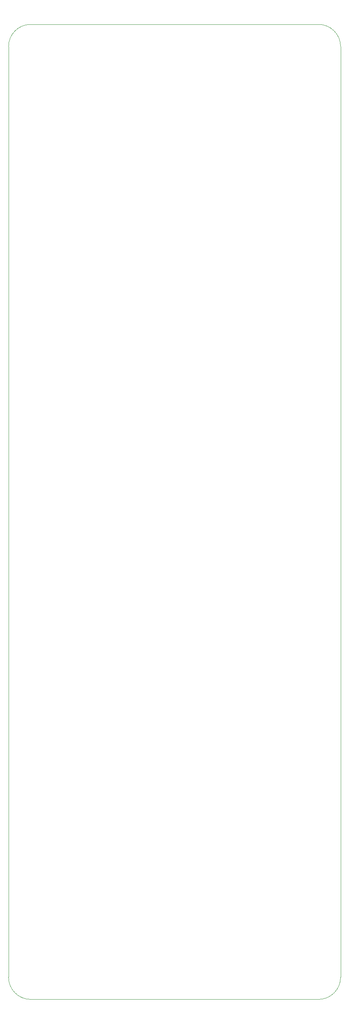
<source format=gbr>
G04 #@! TF.GenerationSoftware,KiCad,Pcbnew,6.0.10+dfsg-1~bpo11+1*
G04 #@! TF.ProjectId,ui,75692e6b-6963-4616-945f-706362585858,rev?*
G04 #@! TF.SameCoordinates,Original*
G04 #@! TF.FileFunction,Profile,NP*
%FSLAX46Y46*%
G04 Gerber Fmt 4.6, Leading zero omitted, Abs format (unit mm)*
%MOMM*%
%LPD*%
G01*
G04 APERTURE LIST*
G04 #@! TA.AperFunction,Profile*
%ADD10C,0.100000*%
G04 #@! TD*
G04 APERTURE END LIST*
D10*
X220000000Y-30000000D02*
X155000000Y-30000000D01*
X220000000Y-250000000D02*
G75*
G03*
X225000000Y-245000000I0J5000000D01*
G01*
X150000000Y-35000000D02*
X150000000Y-245000000D01*
X155000000Y-30000000D02*
G75*
G03*
X150000000Y-35000000I0J-5000000D01*
G01*
X225000000Y-35000000D02*
G75*
G03*
X220000000Y-30000000I-5000000J0D01*
G01*
X225000000Y-245000000D02*
X225000000Y-35000000D01*
X155000000Y-250000000D02*
X220000000Y-250000000D01*
X150000000Y-245000000D02*
G75*
G03*
X155000000Y-250000000I5000000J0D01*
G01*
M02*

</source>
